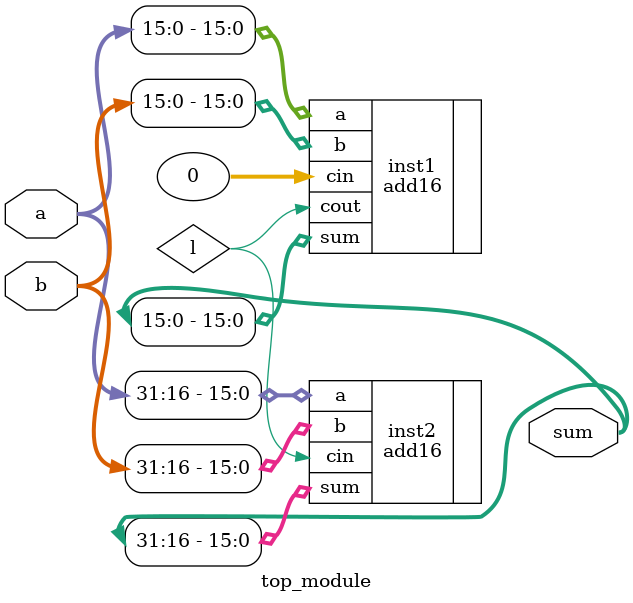
<source format=v>
module top_module(
    input [31:0] a,
    input [31:0] b,
    output [31:0] sum
);
	wire l;
    add16 inst1(.a(a[15:0]),.b(b[15:0]),.sum(sum[15:0]),.cin(0),.cout(l));
    add16 inst2(.a(a[31:16]),.b(b[31:16]),.sum(sum[31:16]),.cin(l));
endmodule









</source>
